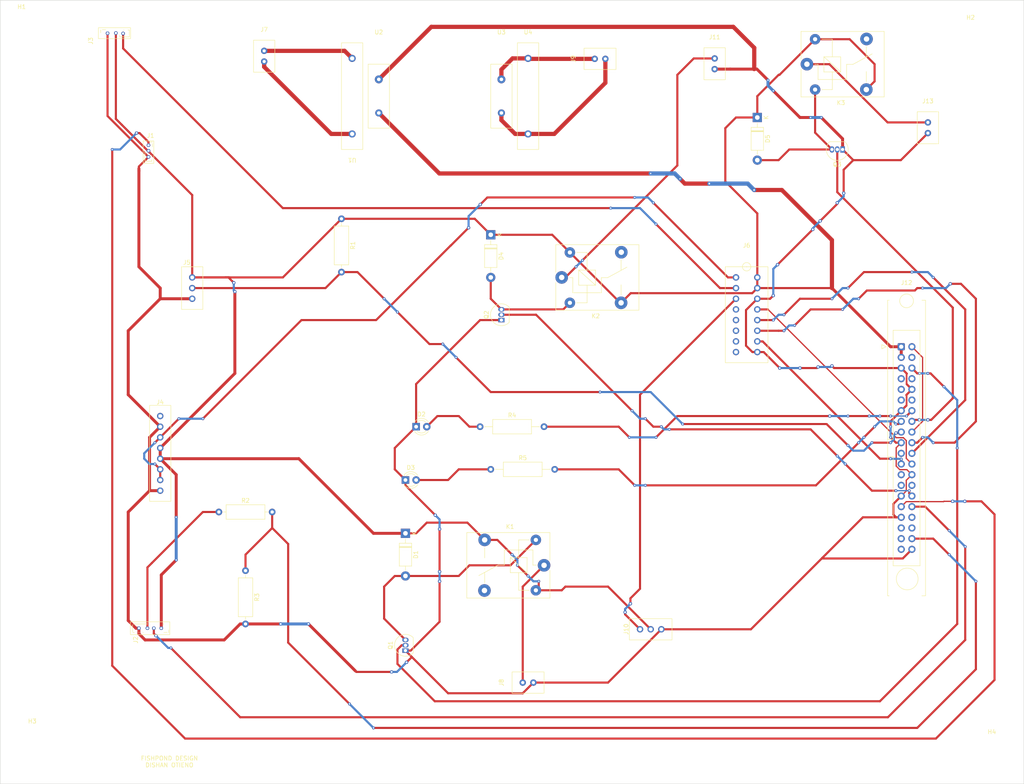
<source format=kicad_pcb>
(kicad_pcb (version 20211014) (generator pcbnew)
  (layers (0 "F.Cu" signal) (31 "B.Cu" power) (34 "B.Paste" user) (35 "F.Paste" user) (36 "B.SilkS" user "B.Silkscreen") (37 "F.SilkS" user "F.Silkscreen") (38 "B.Mask" user) (39 "F.Mask" user) (44 "Edge.Cuts" user))
  (net 0 "")
  (net 1 "+5V")
  (net 2 "Net-(D1-Pad2)")
  (net 3 "GND")
  (net 4 "Net-(D2-Pad2)")
  (net 5 "Net-(D3-Pad2)")
  (net 6 "Net-(D4-Pad2)")
  (net 7 "Net-(D5-Pad2)")
  (net 8 "GPIO12(PWM0)")
  (net 9 "GPIO06")
  (net 10 "Echo_Pin")
  (net 11 "VALUE_DO")
  (net 13 "Net-(J4-Pad3)")
  (net 14 "GPIO24")
  (net 15 "VALUE_PH")
  (net 21 "GPIO08(SPI0_CE0_N)")
  (net 22 "GPIO10(SPI0_MOSI)")
  (net 23 "GPIO9(SPI0_MISO)")
  (net 24 "GPIO11(SPI0_CLK)")
  (net 25 "Net-(J7-Pad1)")
  (net 26 "Net-(J7-Pad2)")
  (net 27 "Net-(J8-Pad1)")
  (net 28 "Net-(J9-Pad1)")
  (net 29 "Net-(J9-Pad2)")
  (net 30 "TDS_MOTORPIN")
  (net 31 "+3V3")
  (net 33 "GPIO3(SDL1)")
  (net 39 "GPIO27")
  (net 40 "GPIO23")
  (net 41 "GPIO22")
  (net 46 "GPIO05")
  (net 51 "GPIO26")
  (net 53 "Net-(J13-Pad1)")
  (footprint "MountingHole:MountingHole_2.5mm" (layer "F.Cu") (at 279.4 190.5)
    (fp_text reference "H4")
    (fp_text value "MountingHole")
  )
  (footprint "po_buck_rail:boost_rail" (layer "F.Cu") (at 162.56 35.56)
    (fp_text reference "U3")
    (fp_text value "po_booster")
  )
  (footprint "Relay_THT:Relay_SPDT_SANYOU_SRD_Series_Form_C" (layer "F.Cu") (at 172.72 147.32 180)
    (fp_text reference "K1")
    (fp_text value "SANYOU_SRD_Form_C")
  )
  (footprint "Resistor_THT:R_Axial_DIN0309_L9.0mm_D3.2mm_P12.70mm_Horizontal" (layer "F.Cu") (at 101.6 148.59 -90)
    (fp_text reference "R3")
    (fp_text value "20K")
  )
  (footprint "Package_TO_SOT_THT:TO-92_Inline" (layer "F.Cu") (at 162.56 88.9 90)
    (fp_text reference "Q2")
    (fp_text value "2N3904")
  )
  (footprint "conn_pi3:con3_pin" (layer "F.Cu") (at 88.9 81.28)
    (fp_text reference "J5")
    (fp_text value "DS18B20")
  )
  (footprint "po_buck_rail:buck_rail" (layer "F.Cu") (at 127 35.56 180)
    (fp_text reference "U1")
    (fp_text value "po_rail")
  )
  (footprint "Package_TO_SOT_THT:TO-92_Inline" (layer "F.Cu") (at 139.7 167.64 90)
    (fp_text reference "Q1")
    (fp_text value "2N3904")
  )
  (footprint "po_buck_rail:boost_rail" (layer "F.Cu") (at 133.35 35.56)
    (fp_text reference "U2")
    (fp_text value "po_booster")
  )
  (footprint "LED_THT:LED_D3.0mm" (layer "F.Cu") (at 139.7 127)
    (fp_text reference "D3")
    (fp_text value "LED")
  )
  (footprint "po_buck_rail:buck_rail" (layer "F.Cu") (at 168.91 35.56)
    (fp_text reference "U4")
    (fp_text value "po_rail")
  )
  (footprint "Connector_IDC:IDC-Header_2x20-1MP_P2.54mm_Latch_Vertical" (layer "F.Cu") (at 257.81 95.25)
    (fp_text reference "J12")
    (fp_text value "Conn_02x20_Odd_Even_MountingPin")
  )
  (footprint "Resistor_THT:R_Axial_DIN0309_L9.0mm_D3.2mm_P15.24mm_Horizontal" (layer "F.Cu") (at 160.02 124.46)
    (fp_text reference "R5")
    (fp_text value "R")
  )
  (footprint "conn_pi3:con2_pin" (layer "F.Cu") (at 213.36 31.655)
    (fp_text reference "J11")
    (fp_text value "Screw_Terminal_01x02")
  )
  (footprint "Resistor_THT:R_Axial_DIN0309_L9.0mm_D3.2mm_P12.70mm_Horizontal" (layer "F.Cu") (at 124.46 64.77 -90)
    (fp_text reference "R1")
    (fp_text value "10K")
  )
  (footprint "conn_pi3:con3_pin" (layer "F.Cu") (at 198.12 162.56 90)
    (fp_text reference "J10")
    (fp_text value "pH sensor block")
  )
  (footprint "Relay_THT:Relay_SPDT_SANYOU_SRD_Series_Form_C" (layer "F.Cu") (at 235.34 27.94)
    (fp_text reference "K3")
    (fp_text value "SANYOU_SRD_Form_C")
  )
  (footprint "MountingHole:MountingHole_2.5mm" (layer "F.Cu") (at 48.26 17.78)
    (fp_text reference "H1")
    (fp_text value "MountingHole")
  )
  (footprint "conn_pi3:con2_pin" (layer "F.Cu") (at 106.045 29.845)
    (fp_text reference "J7")
    (fp_text value "Screw_Terminal_01x02")
  )
  (footprint "conn_pi3:mcp3008_16" (layer "F.Cu") (at 220.98 86.36)
    (fp_text reference "J6")
    (fp_text value "MCP_CONNECTOR")
  )
  (footprint "Connector_PinSocket_1.00mm:PinSocket_1x03_P1.00mm_Vertical" (layer "F.Cu") (at 71.12 20.32 90)
    (fp_text reference "J3")
    (fp_text value "Conn_01x03")
  )
  (footprint "conn_pi3:con2_pin" (layer "F.Cu") (at 264.16 46.895)
    (fp_text reference "J13")
    (fp_text value "Screw_Terminal_01x02")
  )
  (footprint "Diode_THT:D_DO-41_SOD81_P10.16mm_Horizontal" (layer "F.Cu") (at 223.52 40.64 -90)
    (fp_text reference "D5")
    (fp_text value "1N4001")
  )
  (footprint "conn_pi3:TDS_FOOT" (layer "F.Cu") (at 81.28 121.92)
    (fp_text reference "J4")
    (fp_text value "Screw_Terminal_01x08")
  )
  (footprint "Diode_THT:D_DO-41_SOD81_P10.16mm_Horizontal" (layer "F.Cu") (at 160.02 68.58 -90)
    (fp_text reference "D4")
    (fp_text value "1N4001")
  )
  (footprint "Relay_THT:Relay_SPDT_SANYOU_SRD_Series_Form_C" (layer "F.Cu") (at 176.92 78.74)
    (fp_text reference "K2")
    (fp_text value "SANYOU_SRD_Form_C")
  )
  (footprint "Connector_PinSocket_1.00mm:PinSocket_1x03_P1.00mm_Vertical" (layer "F.Cu") (at 78.74 48.26)
    (fp_text reference "J1")
    (fp_text value "DS18B20")
  )
  (footprint "LED_THT:LED_D3.0mm" (layer "F.Cu") (at 142.24 114.3)
    (fp_text reference "D2")
    (fp_text value "LED")
  )
  (footprint "Package_TO_SOT_THT:TO-92_Inline" (layer "F.Cu") (at 243.84 48.26 180)
    (fp_text reference "Q3")
    (fp_text value "2N3904")
  )
  (footprint "Resistor_THT:R_Axial_DIN0309_L9.0mm_D3.2mm_P15.24mm_Horizontal" (layer "F.Cu") (at 157.48 114.3)
    (fp_text reference "R4")
    (fp_text value "R")
  )
  (footprint "conn_pi3:con2_pin" (layer "F.Cu") (at 172.72 175.26 90)
    (fp_text reference "J8")
    (fp_text value "Screw_Terminal_01x02")
  )
  (footprint "Resistor_THT:R_Axial_DIN0309_L9.0mm_D3.2mm_P12.70mm_Horizontal" (layer "F.Cu") (at 95.25 134.62)
    (fp_text reference "R2")
    (fp_text value "10K")
  )
  (footprint "Diode_THT:D_DO-41_SOD81_P10.16mm_Horizontal" (layer "F.Cu") (at 139.7 139.7 -90)
    (fp_text reference "D1")
    (fp_text value "1N4001")
  )
  (footprint "Connector_PinSocket_1.00mm:PinSocket_1x04_P1.00mm_Vertical" (layer "F.Cu") (at 78.74 162.56 -90)
    (fp_text reference "J2")
    (fp_text value "Ultra_Conn")
  )
  (footprint "conn_pi3:con2_pin" (layer "F.Cu") (at 189.865 26.67 90)
    (fp_text reference "J9")
    (fp_text value "Screw_Terminal_01x02")
  )
  (footprint "MountingHole:MountingHole_2.5mm" (layer "F.Cu") (at 50.8 187.96)
    (fp_text reference "H3")
    (fp_text value "MountingHole")
  )
  (footprint "MountingHole:MountingHole_2.5mm" (layer "F.Cu") (at 274.32 20.32)
    (fp_text reference "H2")
    (fp_text value "MountingHole")
  )
  (gr_rect (start 43.18 12.7) (end 287.02 199.39) (layer "Edge.Cuts") (width 0.1) (fill none))
  (gr_text "FISHPOND DESIGN\nDISHAN OTIENO" (at 83.4644 194.1068) (layer "F.SilkS") (effects (font (size 1 1))))
  (segment (start 193.368489 82.491511) (end 222.308489 82.491511) (width 0.5) (layer "F.Cu") (net 1))
  (segment (start 229.362 57.912) (end 222.758 57.912) (width 1) (layer "F.Cu") (net 1))
  (segment (start 97.536 78.74) (end 98.806 80.01) (width 0.5) (layer "F.Cu") (net 1))
  (segment (start 218.44 40.64) (end 223.52 40.64) (width 0.5) (layer "F.Cu") (net 1))
  (segment (start 223.52 78.74) (end 223.52 81.28) (width 0.5) (layer "F.Cu") (net 1))
  (segment (start 70.7136 20.5232) (end 70.7136 40.970346) (width 0.5) (layer "F.Cu") (net 1))
  (segment (start 228.8 30.48) (end 228.6 30.48) (width 0.5) (layer "F.Cu") (net 1))
  (segment (start 70.7136 40.970346) (end 72.12 42.376746) (width 0.5) (layer "F.Cu") (net 1))
  (segment (start 81.28 121.92) (end 114.3 121.92) (width 0.7) (layer "F.Cu") (net 1))
  (segment (start 223.52 35.56) (end 223.52 40.64) (width 0.5) (layer "F.Cu") (net 1))
  (segment (start 174.66 68.58) (end 178.87 72.79) (width 0.5) (layer "F.Cu") (net 1))
  (segment (start 241.3 69.85) (end 229.362 57.912) (width 1) (layer "F.Cu") (net 1))
  (segment (start 191.07 84.79) (end 193.368489 82.491511) (width 0.5) (layer "F.Cu") (net 1))
  (segment (start 160.02 68.58) (end 174.66 68.58) (width 0.5) (layer "F.Cu") (net 1))
  (segment (start 72.12 42.376746) (end 78.703254 48.96) (width 0.5) (layer "F.Cu") (net 1))
  (segment (start 212.09 56.388) (end 206.248 56.388) (width 1) (layer "F.Cu") (net 1))
  (segment (start 215.9 43.18) (end 218.44 40.64) (width 0.5) (layer "F.Cu") (net 1))
  (segment (start 132.08 139.7) (end 139.7 139.7) (width 0.7) (layer "F.Cu") (net 1))
  (segment (start 158.57 141.27) (end 154.46 137.16) (width 0.5) (layer "F.Cu") (net 1))
  (segment (start 85.09 125.73) (end 81.28 121.92) (width 0.7) (layer "F.Cu") (net 1))
  (segment (start 215.9 55.88) (end 215.9 43.18) (width 0.5) (layer "F.Cu") (net 1))
  (segment (start 257.81 95.25) (end 257.81 97.79) (width 0.7) (layer "F.Cu") (net 1))
  (segment (start 88.9 59.12) (end 88.9 78.74) (width 0.5) (layer "F.Cu") (net 1))
  (segment (start 166.37 147.32) (end 168.91 149.86) (width 0.5) (layer "F.Cu") (net 1))
  (segment (start 81.28 119.38) (end 99.06 101.6) (width 0.7) (layer "F.Cu") (net 1))
  (segment (start 85.09 146.05) (end 81.534 149.606) (width 0.7) (layer "F.Cu") (net 1))
  (segment (start 187.96 152.4) (end 177.8 152.4) (width 0.5) (layer "F.Cu") (net 1))
  (segment (start 171.45 151.13) (end 171.45 152.59) (width 0.5) (layer "F.Cu") (net 1))
  (segment (start 206.248 56.388) (end 205.105 55.245) (width 1) (layer "F.Cu") (net 1))
  (segment (start 154.46 137.16) (end 144.78 137.16) (width 0.5) (layer "F.Cu") (net 1))
  (segment (start 110.49 78.74) (end 124.46 64.77) (width 0.5) (layer "F.Cu") (net 1))
  (segment (start 237.29 21.99) (end 228.8 30.48) (width 0.5) (layer "F.Cu") (net 1))
  (segment (start 78.74 48.96) (end 88.9 59.12) (width 0.5) (layer "F.Cu") (net 1))
  (segment (start 81.534 149.606) (end 81.534 162.306) (width 0.7) (layer "F.Cu") (net 1))
  (segment (start 177.8 152.4) (end 176.93 153.27) (width 0.5) (layer "F.Cu") (net 1))
  (segment (start 251.46 32.02) (end 249.49 33.99) (width 0.5) (layer "F.Cu") (net 1))
  (segment (start 171.45 152.59) (end 170.77 153.27) (width 0.5) (layer "F.Cu") (net 1))
  (segment (start 147.765 53.975) (end 198.12 53.975) (width 1) (layer "F.Cu") (net 1))
  (segment (start 156.21 64.77) (end 160.02 68.58) (width 0.5) (layer "F.Cu") (net 1))
  (segment (start 241.3 81.28) (end 241.3 69.85) (width 1) (layer "F.Cu") (net 1))
  (segment (start 222.308489 82.491511) (end 223.52 81.28) (width 0.5) (layer "F.Cu") (net 1))
  (segment (start 96.774 78.74) (end 97.536 78.74) (width 0.5) (layer "F.Cu") (net 1))
  (segment (start 237.29 21.99) (end 245.51 21.99) (width 0.5) (layer "F.Cu") (net 1))
  (segment (start 176.93 153.27) (end 170.77 153.27) (width 0.5) (layer "F.Cu") (net 1))
  (segment (start 85.09 135.89) (end 85.09 125.73) (width 0.7) (layer "F.Cu") (net 1))
  (segment (start 228.6 30.48) (end 223.52 35.56) (width 0.5) (layer "F.Cu") (net 1))
  (segment (start 96.774 78.74) (end 97.79 78.74) (width 0.5) (layer "F.Cu") (net 1))
  (segment (start 88.9 78.74) (end 96.774 78.74) (width 0.5) (layer "F.Cu") (net 1))
  (segment (start 88.9 78.74) (end 110.49 78.74) (width 0.5) (layer "F.Cu") (net 1))
  (segment (start 158.57 141.27) (end 161.59 141.27) (width 0.5) (layer "F.Cu") (net 1))
  (segment (start 251.46 27.94) (end 251.46 32.02) (width 0.5) (layer "F.Cu") (net 1))
  (segment (start 198.12 162.56) (end 187.96 152.4) (width 0.5) (layer "F.Cu") (net 1))
  (segment (start 81.28 119.38) (end 81.28 121.92) (width 0.7) (layer "F.Cu") (net 1))
  (segment (start 223.52 78.74) (end 223.52 63.5) (width 0.5) (layer "F.Cu") (net 1))
  (segment (start 255.27 95.25) (end 257.81 95.25) (width 0.7) (layer "F.Cu") (net 1))
  (segment (start 133.35 39.56) (end 147.765 53.975) (width 1) (layer "F.Cu") (net 1))
  (segment (start 144.78 137.16) (end 142.24 139.7) (width 0.5) (layer "F.Cu") (net 1))
  (segment (start 178.87 72.79) (end 190.87 84.79) (width 0.5) (layer "F.Cu") (net 1))
  (segment (start 114.3 121.92) (end 132.08 139.7) (width 0.7) (layer "F.Cu") (net 1))
  (segment (start 99.06 101.6) (end 99.06 82.07952) (width 0.7) (layer "F.Cu") (net 1))
  (segment (start 223.52 81.28) (end 241.3 81.28) (width 0.5) (layer "F.Cu") (net 1))
  (segment (start 124.46 64.77) (end 156.21 64.77) (width 0.5) (layer "F.Cu") (net 1))
  (segment (start 161.59 141.27) (end 165.1 144.78) (width 0.5) (layer "F.Cu") (net 1))
  (segment (start 241.3 81.28) (end 255.27 95.25) (width 0.7) (layer "F.Cu") (net 1))
  (segment (start 142.24 139.7) (end 139.7 139.7) (width 0.5) (layer "F.Cu") (net 1))
  (segment (start 78.703254 48.96) (end 78.74 48.96) (width 0.5) (layer "F.Cu") (net 1))
  (segment (start 245.51 21.99) (end 251.46 27.94) (width 0.5) (layer "F.Cu") (net 1))
  (segment (start 190.87 84.79) (end 191.07 84.79) (width 0.5) (layer "F.Cu") (net 1))
  (segment (start 223.52 63.5) (end 215.9 55.88) (width 0.5) (layer "F.Cu") (net 1))
  (via (at 85.09 146.05) (size 0.7) (drill 0.3) (layers "F.Cu" "B.Cu") (net 1))
  (via (at 168.91 149.86) (size 0.7) (drill 0.3) (layers "F.Cu" "B.Cu") (net 1))
  (via (at 165.1 144.78) (size 0.7) (drill 0.3) (layers "F.Cu" "B.Cu") (net 1))
  (via (at 166.37 147.32) (size 0.7) (drill 0.3) (layers "F.Cu" "B.Cu") (net 1))
  (via (at 99.06 82.1295) (size 0.8) (drill 0.4) (layers "F.Cu" "B.Cu") (net 1))
  (via (at 98.806 80.01) (size 0.8) (drill 0.4) (layers "F.Cu" "B.Cu") (net 1))
  (via (at 85.09 135.89) (size 0.7) (drill 0.3) (layers "F.Cu" "B.Cu") (net 1))
  (via (at 222.758 57.912) (size 0.8) (drill 0.4) (layers "F.Cu" "B.Cu") (net 1))
  (via (at 198.12 53.975) (size 0.7) (drill 0.3) (layers "F.Cu" "B.Cu") (net 1))
  (via (at 212.09 56.388) (size 0.8) (drill 0.4) (layers "F.Cu" "B.Cu") (net 1))
  (via (at 205.105 55.245) (size 0.7) (drill 0.3) (layers "F.Cu" "B.Cu") (net 1))
  (via (at 171.45 151.13) (size 0.7) (drill 0.3) (layers "F.Cu" "B.Cu") (net 1))
  (segment (start 221.234 56.388) (end 222.758 57.912) (width 1) (layer "B.Cu") (net 1))
  (segment (start 166.37 146.05) (end 166.37 147.32) (width 0.5) (layer "B.Cu") (net 1))
  (segment (start 168.91 149.86) (end 170.18 151.13) (width 0.5) (layer "B.Cu") (net 1))
  (segment (start 165.1 144.78) (end 166.37 146.05) (width 0.5) (layer "B.Cu") (net 1))
  (segment (start 198.12 53.975) (end 203.835 53.975) (width 1) (layer "B.Cu") (net 1))
  (segment (start 85.09 146.05) (end 85.09 135.89) (width 0.7) (layer "B.Cu") (net 1))
  (segment (start 170.18 151.13) (end 171.45 151.13) (width 0.5) (layer "B.Cu") (net 1))
  (segment (start 212.09 56.388) (end 221.234 56.388) (width 1) (layer "B.Cu") (net 1))
  (segment (start 203.835 53.975) (end 205.105 55.245) (width 1) (layer "B.Cu") (net 1))
  (segment (start 98.806 80.01) (end 98.806 81.8755) (width 0.5) (layer "B.Cu") (net 1))
  (segment (start 98.806 81.8755) (end 99.06 82.1295) (width 0.5) (layer "B.Cu") (net 1))
  (segment (start 134.62 152.4) (end 137.16 149.86) (width 0.5) (layer "F.Cu") (net 2))
  (segment (start 139.7 165.1) (end 134.62 160.02) (width 0.5) (layer "F.Cu") (net 2))
  (segment (start 139.7 149.86) (end 152.4 149.86) (width 0.5) (layer "F.Cu") (net 2))
  (segment (start 152.4 149.86) (end 154.94 147.32) (width 0.5) (layer "F.Cu") (net 2))
  (segment (start 137.16 149.86) (end 139.7 149.86) (width 0.5) (layer "F.Cu") (net 2))
  (segment (start 134.62 160.02) (end 134.62 152.4) (width 0.5) (layer "F.Cu") (net 2))
  (segment (start 154.94 147.32) (end 164.72 147.32) (width 0.5) (layer "F.Cu") (net 2))
  (segment (start 164.72 147.32) (end 170.77 141.27) (width 0.5) (layer "F.Cu") (net 2))
  (segment (start 241.3 99.822) (end 241.808 100.33) (width 0.5) (layer "F.Cu") (net 3))
  (segment (start 76.2 76.2) (end 78.74 78.74) (width 0.7) (layer "F.Cu") (net 3))
  (segment (start 141.224 169.164) (end 139.7 167.64) (width 0.5) (layer "F.Cu") (net 3))
  (segment (start 81.28 81.28) (end 81.28 83.82) (width 0.7) (layer "F.Cu") (net 3))
  (segment (start 145.86 19.05) (end 217.805 19.05) (width 1) (layer "F.Cu") (net 3))
  (segment (start 257.81 118.11) (end 256.610489 119.309511) (width 0.3) (layer "F.Cu") (net 3))
  (segment (start 244.094 58.674) (end 244.094 53.086) (width 0.5) (layer "F.Cu") (net 3))
  (segment (start 68.7324 40.2844) (end 78.486 50.038) (width 0.5) (layer "F.Cu") (net 3))
  (segment (start 238.506 65.278) (end 242.57 61.214) (width 0.5) (layer "F.Cu") (net 3))
  (segment (start 223.52 83.82) (end 220.8276 86.5124) (width 0.5) (layer "F.Cu") (net 3))
  (segment (start 149.86 177.8) (end 141.224 169.164) (width 0.5) (layer "F.Cu") (net 3))
  (segment (start 222.79 24.035) (end 222.79 29.115) (width 1) (layer "F.Cu") (net 3))
  (segment (start 222.3516 96.52) (end 223.52 96.52) (width 0.5) (layer "F.Cu") (net 3))
  (segment (start 243.84 45.72) (end 243.84 48.26) (width 0.7) (layer "F.Cu") (net 3))
  (segment (start 73.66 134.62) (end 78.74 129.54) (width 0.7) (layer "F.Cu") (net 3))
  (segment (start 223.52 96.52) (end 225.044 96.52) (width 0.5) (layer "F.Cu") (net 3))
  (segment (start 76.2 52.324) (end 76.2 52.8) (width 0.5) (layer "F.Cu") (net 3))
  (segment (start 116.586 161.29) (end 127.762 172.466) (width 0.7) (layer "F.Cu") (net 3))
  (segment (start 223.425 29.115) (end 226.06 31.75) (width 0.7) (layer "F.Cu") (net 3))
  (segment (start 264.16 44.355) (end 257.715 50.8) (width 0.5) (layer "F.Cu") (net 3))
  (segment (start 76.2 163.62104) (end 77.67896 165.1) (width 0.7) (layer "F.Cu") (net 3))
  (segment (start 221.996 162.56) (end 238.9886 145.5674) (width 0.5) (layer "F.Cu") (net 3))
  (segment (start 128.016 172.72) (end 127.762 172.466) (width 0.5) (layer "F.Cu") (net 3))
  (segment (start 225.044 96.52) (end 228.854 100.33) (width 0.5) (layer "F.Cu") (net 3))
  (segment (start 239.1156 145.6944) (end 238.9886 145.5674) (width 0.5) (layer "F.Cu") (net 3))
  (segment (start 75.486 162.306) (end 76.2 162.306) (width 0.7) (layer "F.Cu") (net 3))
  (segment (start 213.36 29.115) (end 217.075 29.115) (width 0.7) (layer "F.Cu") (net 3))
  (segment (start 73.66 160.48) (end 73.66 134.62) (width 0.7) (layer "F.Cu") (net 3))
  (segment (start 220.8276 86.5124) (end 220.8276 94.996) (width 0.5) (layer "F.Cu") (net 3))
  (segment (start 257.454123 124.530489) (end 259.150489 124.530489) (width 0.3) (layer "F.Cu") (net 3))
  (segment (start 255.9304 135.2296) (end 256.5908 135.89) (width 0.5) (layer "F.Cu") (net 3))
  (segment (start 77.67896 165.1) (end 96.52 165.1) (width 0.7) (layer "F.Cu") (net 3))
  (segment (start 73.66 160.48) (end 75.486 162.306) (width 0.7) (layer "F.Cu") (net 3))
  (segment (start 78.74 116.84) (end 78.74 129.54) (width 0.7) (layer "F.Cu") (net 3))
  (segment (start 187.96 175.26) (end 200.66 162.56) (width 0.5) (layer "F.Cu") (net 3))
  (segment (start 233.68 40.64) (end 236.22 40.64) (width 0.7) (layer "F.Cu") (net 3))
  (segment (start 147.828 160.762) (end 147.828 151.13) (width 0.5) (layer "F.Cu") (net 3))
  (segment (start 136.398 172.72) (end 128.016 172.72) (width 0.5) (layer "F.Cu") (net 3))
  (segment (start 137.16 124.46) (end 137.16 119.38) (width 0.5) (layer "F.Cu") (net 3))
  (segment (start 146.812 135.382) (end 139.7 128.27) (width 0.5) (layer "F.Cu") (net 3))
  (segment (start 142.24 104.14) (end 157.48 88.9) (width 0.5) (layer "F.Cu") (net 3))
  (segment (start 242.57 61.214) (end 242.57 60.96) (width 0.3) (layer "F.Cu") (net 3))
  (segment (start 257.81 130.81) (end 255.9304 132.6896) (width 0.5) (layer "F.Cu") (net 3))
  (segment (start 255.27 114.3) (end 255.27 113.03) (width 0.5) (layer "F.Cu") (net 3))
  (segment (start 81.28 114.3) (end 73.66 106.68) (width 0.7) (layer "F.Cu") (net 3))
  (segment (start 259.08 106.750489) (end 259.08 109.290489) (width 0.4) (layer "F.Cu") (net 3))
  (segment (start 78.486 50.038) (end 76.2 52.324) (width 0.5) (layer "F.Cu") (net 3))
  (segment (start 139.7 127) (end 137.16 124.46) (width 0.5) (layer "F.Cu") (net 3))
  (segment (start 157.48 88.9) (end 162.56 88.9) (width 0.5) (layer "F.Cu") (net 3))
  (segment (start 139.7 128.27) (end 139.7 127) (width 0.5) (layer "F.Cu") (net 3))
  (segment (start 260.35 143.51) (end 258.1656 145.6944) (width 0.5) (layer "F.Cu") (net 3))
  (segment (start 259.009511 127.070489) (end 259.009511 129.610489) (width 0.3) (layer "F.Cu") (net 3))
  (segment (start 170.18 175.26) (end 187.96 175.26) (width 0.5) (layer "F.Cu") (net 3))
  (segment (start 137.16 119.38) (end 142.24 114.3) (width 0.5) (layer "F.Cu") (net 3))
  (segment (start 256.5908 135.89) (end 257.81 135.89) (width 0.3) (layer "F.Cu") (net 3))
  (segment (start 78.74 78.74) (end 81.28 81.28) (width 0.7) (layer "F.Cu") (net 3))
  (segment (start 142.24 114.3) (end 142.24 104.14) (width 0.5) (layer "F.Cu") (net 3))
  (segment (start 76.2 52.8) (end 76.2 53.34) (width 0.7) (layer "F.Cu") (net 3))
  (segment (start 237.744 100.33) (end 237.998 100.076) (width 0.3) (layer "F.Cu") (net 3))
  (segment (start 244.094 53.086) (end 246.38 50.8) (width 0.5) (layer "F.Cu") (net 3))
  (segment (start 220.8276 94.996) (end 222.3516 96.52) (width 0.5) (layer "F.Cu") (net 3))
  (segment (start 227.33 34.29) (end 233.68 40.64) (width 0.7) (layer "F.Cu") (net 3))
  (segment (start 255.9304 132.6896) (end 255.9304 135.2296) (width 0.5) (layer "F.Cu") (net 3))
  (segment (start 259.150489 124.530489) (end 260.35 125.73) (width 0.3) (layer "F.Cu") (net 3))
  (segment (start 140.95 167.64) (end 147.828 160.762) (width 0.5) (layer "F.Cu") (net 3))
  (segment (start 257.715 50.8) (end 246.38 50.8) (width 0.5) (layer "F.Cu") (net 3))
  (segment (start 238.9886 145.5674) (end 248.666 135.89) (width 0.5) (layer "F.Cu") (net 3))
  (segment (start 76.2 162.306) (end 76.2 163.62104) (width 0.7) (layer "F.Cu") (net 3))
  (segment (start 200.66 162.56) (end 221.996 162.56) (width 0.5) (layer "F.Cu") (net 3))
  (segment (start 147.828 148.844) (end 147.828 138.684) (width 0.5) (layer "F.Cu") (net 3))
  (segment (start 68.7324 20.574) (end 68.7324 40.2844) (width 0.5) (layer "F.Cu") (net 3))
  (segment (start 222.79 29.115) (end 223.425 29.115) (width 0.7) (layer "F.Cu") (net 3))
  (segment (start 167.64 177.8) (end 149.86 177.8) (width 0.5) (layer "F.Cu") (net 3))
  (segment (start 256.54 118.11) (end 255.27 116.84) (width 0.5) (layer "F.Cu") (net 3))
  (segment (start 259.150489 104.210489) (end 260.35 105.41) (width 0.5) (layer "F.Cu") (net 3))
  (segment (start 170.18 175.26) (end 167.64 177.8) (width 0.5) (layer "F.Cu") (net 3))
  (segment (start 256.610489 123.686855) (end 257.454123 124.530489) (width 0.3) (layer "F.Cu") (net 3))
  (segment (start 81.28 83.82) (end 88.9 83.82) (width 0.7) (layer "F.Cu") (net 3))
  (segment (start 258.1656 145.6944) (end 239.1156 145.6944) (width 0.5) (layer "F.Cu") (net 3))
  (segment (start 246.38 50.8) (end 243.84 48.26) (width 0.5) (layer "F.Cu") (net 3))
  (segment (start 259.009511 109.290489) (end 257.81 110.49) (width 0.5) (layer "F.Cu") (net 3))
  (segment (start 248.666 135.89) (end 257.81 135.89) (width 0.5) (layer "F.Cu") (net 3))
  (segment (start 217.075 29.115) (end 222.79 29.115) (width 0.7) (layer "F.Cu") (net 3))
  (segment (start 260.35 105.41) (end 259.009511 106.750489) (width 0.5) (layer "F.Cu") (net 3))
  (segment (start 238.76 40.64) (end 243.84 45.72) (width 0.7) (layer "F.Cu") (net 3))
  (segment (start 73.66 106.68) (end 73.66 91.44) (width 0.7) (layer "F.Cu") (net 3))
  (segment (start 217.805 19.05) (end 222.79 24.035) (width 1) (layer "F.Cu") (net 3))
  (segment (start 81.28 114.3) (end 78.74 116.84) (width 0.7) (layer "F.Cu") (net 3))
  (segment (start 139.7 167.64) (end 140.95 167.64) (width 0.5) (layer "F.Cu") (net 3))
  (segment (start 260.35 125.73) (end 259.009511 127.070489) (width 0.3) (layer "F.Cu") (net 3))
  (segment (start 255.27 113.03) (end 257.81 110.49) (width 0.5) (layer "F.Cu") (net 3))
  (segment (start 96.52 165.1) (end 100.33 161.29) (width 0.7) (layer "F.Cu") (net 3))
  (segment (start 141.224 169.164) (end 139.954 170.434) (width 0.5) (layer "F.Cu") (net 3))
  (segment (start 226.568 83.82) (end 227.33 83.058) (width 0.5) (layer "F.Cu") (net 3))
  (segment (start 76.2 53.34) (end 76.2 76.2) (width 0.7) (layer "F.Cu") (net 3))
  (segment (start 233.68 100.33) (end 237.744 100.33) (width 0.5) (layer "F.Cu") (net 3))
  (segment (start 256.610489 119.309511) (end 256.610489 123.686855) (width 0.3) (layer "F.Cu") (net 3))
  (segment (start 257.81 100.33) (end 259.150489 101.670489) (width 0.5) (layer "F.Cu") (net 3))
  (segment (start 133.35 31.56) (end 145.86 19.05) (width 1) (layer "F.Cu") (net 3))
  (segment (start 223.52 83.82) (end 226.568 83.82) (width 0.5) (layer "F.Cu") (net 3))
  (segment (start 228.346 75.692) (end 236.728 67.31) (width 0.5) (layer "F.Cu") (net 3))
  (segment (start 257.81 118.11) (end 256.54 118.11) (width 0.5) (layer "F.Cu") (net 3))
  (segment (start 241.808 100.33) (end 257.81 100.33) (width 0.5) (layer "F.Cu") (net 3))
  (segment (start 78.74 129.54) (end 81.28 129.54) (width 0.7) (layer "F.Cu") (net 3))
  (segment (start 100.33 161.29) (end 101.6 161.29) (width 0.7) (layer "F.Cu") (net 3))
  (segment (start 101.6 161.29) (end 109.982 161.29) (width 0.7) (layer "F.Cu") (net 3))
  (segment (start 259.08 101.6508) (end 259.08 104.1908) (width 0.4) (layer "F.Cu") (net 3))
  (segment (start 73.66 91.44) (end 81.28 83.82) (width 0.7) (layer "F.Cu") (net 3))
  (segment (start 259.009511 129.610489) (end 257.81 130.81) (width 0.3) (layer "F.Cu") (net 3))
  (via (at 241.3 99.822) (size 0.8) (drill 0.4) (layers "F.Cu" "B.Cu") (net 3))
  (via (at 227.33 34.29) (size 0.7) (drill 0.3) (layers "F.Cu" "B.Cu") (net 3))
  (via (at 116.586 161.29) (size 0.8) (drill 0.4) (layers "F.Cu" "B.Cu") (net 3))
  (via (at 244.094 58.674) (size 0.8) (drill 0.4) (layers "F.Cu" "B.Cu") (net 3))
  (via (at 255.27 116.84) (size 0.7) (drill 0.3) (layers "F.Cu" "B.Cu") (net 3))
  (via (at 242.57 60.96) (size 0.8) (drill 0.4) (layers "F.Cu" "B.Cu") (net 3))
  (via (at 228.854 100.33) (size 0.8) (drill 0.4) (layers "F.Cu" "B.Cu") (net 3))
  (via (at 233.68 100.33) (size 0.8) (drill 0.4) (layers "F.Cu" "B.Cu") (net 3))
  (via (at 236.22 40.64) (size 0.7) (drill 0.3) (layers "F.Cu" "B.Cu") (net 3))
  (via (at 139.954 170.434) (size 0.8) (drill 0.4) (layers "F.Cu" "B.Cu") (net 3))
  (via (at 255.27 114.3) (size 0.7) (drill 0.3) (layers "F.Cu" "B.Cu") (net 3))
  (via (at 236.728 67.31) (size 0.8) (drill 0.4) (layers "F.Cu" "B.Cu") (net 3))
  (via (at 147.828 151.13) (size 0.8) (drill 0.4) (layers "F.Cu" "B.Cu") (net 3))
  (via (at 109.982 161.29) (size 0.8) (drill 0.4) (layers "F.Cu" "B.Cu") (net 3))
  (via (at 238.506 65.278) (size 0.8) (drill 0.4) (layers "F.Cu" "B.Cu") (net 3))
  (via (at 146.812 135.382) (size 0.8) (drill 0.4) (layers "F.Cu" "B.Cu") (net 3))
  (via (at 238.76 40.64) (size 0.7) (drill 0.3) (layers "F.Cu" "B.Cu") (net 3))
  (via (at 227.33 83.058) (size 0.8) (drill 0.4) (layers "F.Cu" "B.Cu") (net 3))
  (via (at 136.398 172.72) (size 0.8) (drill 0.4) (layers "F.Cu" "B.Cu") (net 3))
  (via (at 228.346 75.692) (size 0.8) (drill 0.4) (layers "F.Cu" "B.Cu") (net 3))
  (via (at 226.06 31.75) (size 0.7) (drill 0.3) (layers "F.Cu" "B.Cu") (net 3))
  (via (at 237.998 100.076) (size 0.8) (drill 0.4) (layers "F.Cu" "B.Cu") (net 3))
  (via (at 147.828 138.684) (size 0.8) (drill 0.4) (layers "F.Cu" "B.Cu") (net 3))
  (via (at 147.828 148.844) (size 0.8) (drill 0.4) (layers "F.Cu" "B.Cu") (net 3))
  (segment (start 228.854 100.33) (end 233.68 100.33) (width 0.5) (layer "B.Cu") (net 3))
  (segment (start 237.998 100.076) (end 241.046 100.076) (width 0.5) (layer "B.Cu") (net 3))
  (segment (start 137.668 172.72) (end 136.398 172.72) (width 0.5) (layer "B.Cu") (net 3))
  (segment (start 255.27 116.84) (end 255.27 114.3) (width 0.5) (layer "B.Cu") (net 3))
  (segment (start 227.33 83.058) (end 227.33 76.708) (width 0.5) (layer "B.Cu") (net 3))
  (segment (start 236.22 40.64) (end 238.76 40.64) (width 0.7) (layer "B.Cu") (net 3))
  (segment (start 236.728 67.31) (end 236.728 67.056) (width 0.3) (layer "B.Cu") (net 3))
  (segment (start 147.828 151.13) (end 147.828 148.844) (width 0.5) (layer "B.Cu") (net 3))
  (segment (start 147.828 136.398) (end 146.812 135.382) (width 0.5) (layer "B.Cu") (net 3))
  (segment (start 109.982 161.29) (end 116.586 161.29) (width 0.7) (layer "B.Cu") (net 3))
  (segment (start 227.33 76.708) (end 228.346 75.692) (width 0.5) (layer "B.Cu") (net 3))
  (segment (start 244.094 59.436) (end 244.094 58.674) (width 0.5) (layer "B.Cu") (net 3))
  (segment (start 242.57 60.96) (end 244.094 59.436) (width 0.5) (layer "B.Cu") (net 3))
  (segment (start 226.06 33.02) (end 227.33 34.29) (width 0.7) (layer "B.Cu") (net 3))
  (segment (start 241.046 100.076) (end 241.3 99.822) (width 0.3) (layer "B.Cu") (net 3))
  (segment (start 236.728 67.056) (end 238.506 65.278) (width 0.5) (layer "B.Cu") (net 3))
  (segment (start 226.06 31.75) (end 226.06 33.02) (width 0.7) (layer "B.Cu") (net 3))
  (segment (start 139.954 170.434) (end 137.668 172.72) (width 0.5) (layer "B.Cu") (net 3))
  (segment (start 147.828 138.684) (end 147.828 136.398) (width 0.5) (layer "B.Cu") (net 3))
  (segment (start 147.32 111.76) (end 152.4 111.76) (width 0.5) (layer "F.Cu") (net 4))
  (segment (start 144.78 114.3) (end 147.32 111.76) (width 0.5) (layer "F.Cu") (net 4))
  (segment (start 154.94 114.3) (end 157.48 114.3) (width 0.5) (layer "F.Cu") (net 4))
  (segment (start 152.4 111.76) (end 154.94 114.3) (width 0.5) (layer "F.Cu") (net 4))
  (segment (start 142.24 127) (end 149.86 127) (width 0.5) (layer "F.Cu") (net 5))
  (segment (start 149.86 127) (end 152.4 124.46) (width 0.5) (layer "F.Cu") (net 5))
  (segment (start 152.4 124.46) (end 160.02 124.46) (width 0.5) (layer "F.Cu") (net 5))
  (segment (start 160.02 83.82) (end 162.56 86.36) (width 0.5) (layer "F.Cu") (net 6))
  (segment (start 160.02 78.74) (end 160.02 83.82) (width 0.5) (layer "F.Cu") (net 6))
  (segment (start 162.56 86.36) (end 177.3 86.36) (width 0.5) (layer "F.Cu") (net 6))
  (segment (start 177.3 86.36) (end 178.87 84.79) (width 0.5) (layer "F.Cu") (net 6))
  (segment (start 223.52 50.8) (end 228.6 50.8) (width 0.5) (layer "F.Cu") (net 7))
  (segment (start 237.29 44.25) (end 241.3 48.26) (width 0.5) (layer "F.Cu") (net 7))
  (segment (start 228.6 50.8) (end 231.14 48.26) (width 0.5) (layer "F.Cu") (net 7))
  (segment (start 231.14 48.26) (end 241.3 48.26) (width 0.5) (layer "F.Cu") (net 7))
  (segment (start 237.29 33.99) (end 237.29 44.25) (width 0.5) (layer "F.Cu") (net 7))
  (segment (start 87.202224 188.595) (end 266.065 188.595) (width 0.5) (layer "F.Cu") (net 8))
  (segment (start 276.9108 132.08) (end 272.9484 132.08) (width 0.5) (layer "F.Cu") (net 8))
  (segment (start 259.009511 132.150489) (end 257.81 133.35) (width 0.3) (layer "F.Cu") (net 8))
  (segment (start 267.899511 132.150489) (end 259.009511 132.150489) (width 0.3) (layer "F.Cu") (net 8))
  (segment (start 270.0528 132.08) (end 267.97 132.08) (width 0.3) (layer "F.Cu") (net 8))
  (segment (start 266.065 188.595) (end 280.035 174.625) (width 0.5) (layer "F.Cu") (net 8))
  (segment (start 280.035 135.2042) (end 276.9108 132.08) (width 0.5) (layer "F.Cu") (net 8))
  (segment (start 76.3524 44.3484) (end 75.6412 44.3484) (width 0.5) (layer "F.Cu") (net 8))
  (segment (start 78.486 47.244) (end 78.486 46.482) (width 0.5) (layer "F.Cu") (net 8))
  (segment (start 69.85 48.26) (end 69.85 171.242776) (width 0.5) (layer "F.Cu") (net 8))
  (segment (start 280.035 174.625) (end 280.035 135.2042) (width 0.5) (layer "F.Cu") (net 8))
  (segment (start 78.486 46.482) (end 76.3524 44.3484) (width 0.5) (layer "F.Cu") (net 8))
  (segment (start 69.85 171.242776) (end 87.202224 188.595) (width 0.5) (layer "F.Cu") (net 8))
  (segment (start 267.97 132.08) (end 267.899511 132.150489) (width 0.3) (layer "F.Cu") (net 8))
  (via (at 270.0528 132.08) (size 0.8) (drill 0.4) (layers "F.Cu" "B.Cu") (net 8))
  (via (at 272.9484 132.08) (size 0.8) (drill 0.4) (layers "F.Cu" "B.Cu") (net 8))
  (via (at 69.85 48.26) (size 0.7) (drill 0.3) (layers "F.Cu" "B.Cu") (net 8))
  (via (at 75.6412 44.3484) (size 0.8) (drill 0.4) (layers "F.Cu" "B.Cu") (net 8))
  (segment (start 71.7296 48.26) (end 69.85 48.26) (width 0.5) (layer "B.Cu") (net 8))
  (segment (start 75.6412 44.3484) (end 71.7296 48.26) (width 0.5) (layer "B.Cu") (net 8))
  (segment (start 272.9484 132.08) (end 270.0528 132.08) (width 0.5) (layer "B.Cu") (net 8))
  (segment (start 273.05 165.1) (end 273.05 142.875) (width 0.5) (layer "F.Cu") (net 9))
  (segment (start 79.756 162.3615) (end 79.756 163.576) (width 0.5) (layer "F.Cu") (net 9))
  (segment (start 79.756 163.576) (end 80.264 164.084) (width 0.5) (layer "F.Cu") (net 9))
  (segment (start 254.635 183.515) (end 273.05 165.1) (width 0.5) (layer "F.Cu") (net 9))
  (segment (start 100.33 183.515) (end 254.635 183.515) (width 0.5) (layer "F.Cu") (net 9))
  (segment (start 269.24 139.065) (end 263.525 133.35) (width 0.5) (layer "F.Cu") (net 9))
  (segment (start 263.525 133.35) (end 260.35 133.35) (width 0.5) (layer "F.Cu") (net 9))
  (segment (start 83.82 167.005) (end 100.33 183.515) (width 0.5) (layer "F.Cu") (net 9))
  (via (at 80.264 164.084) (size 0.8) (drill 0.4) (layers "F.Cu" "B.Cu") (net 9))
  (via (at 269.24 139.065) (size 0.7) (drill 0.3) (layers "F.Cu" "B.Cu") (net 9))
  (via (at 273.05 142.875) (size 0.7) (drill 0.3) (layers "F.Cu" "B.Cu") (net 9))
  (via (at 83.82 167.005) (size 0.7) (drill 0.3) (layers "F.Cu" "B.Cu") (net 9))
  (segment (start 83.185 167.005) (end 83.82 167.005) (width 0.5) (layer "B.Cu") (net 9))
  (segment (start 80.264 164.084) (end 83.185 167.005) (width 0.5) (layer "B.Cu") (net 9))
  (segment (start 273.05 142.875) (end 269.24 139.065) (width 0.5) (layer "B.Cu") (net 9))
  (segment (start 78.232 162.306) (end 78.232 147.828) (width 0.5) (layer "F.Cu") (net 10))
  (segment (start 78.232 147.828) (end 79.2988 146.7612) (width 0.5) (layer "F.Cu") (net 10))
  (segment (start 91.44 134.62) (end 79.2988 146.7612) (width 0.5) (layer "F.Cu") (net 10))
  (segment (start 95.25 134.62) (end 91.44 134.62) (width 0.5) (layer "F.Cu") (net 10))
  (segment (start 72.4408 24.1808) (end 110.49 62.23) (width 0.5) (layer "F.Cu") (net 11))
  (segment (start 110.49 62.23) (end 188.595 62.23) (width 0.5) (layer "F.Cu") (net 11))
  (segment (start 214.63 81.28) (end 199.39 66.04) (width 0.5) (layer "F.Cu") (net 11))
  (segment (start 72.4408 20.6248) (end 72.4408 24.1808) (width 0.5) (layer "F.Cu") (net 11))
  (segment (start 218.44 81.28) (end 214.63 81.28) (width 0.5) (layer "F.Cu") (net 11))
  (via (at 199.39 66.04) (size 0.7) (drill 0.3) (layers "F.Cu" "B.Cu") (net 11))
  (via (at 188.595 62.23) (size 0.7) (drill 0.3) (layers "F.Cu" "B.Cu") (net 11))
  (segment (start 188.595 62.23) (end 195.58 62.23) (width 0.5) (layer "B.Cu") (net 11))
  (segment (start 195.58 62.23) (end 199.39 66.04) (width 0.5) (layer "B.Cu") (net 11))
  (segment (start 114.935 88.9) (end 132.715 88.9) (width 0.5) (layer "F.Cu") (net 13))
  (segment (start 150.495 71.12) (end 150.5204 71.12) (width 0.5) (layer "F.Cu") (net 13))
  (segment (start 194.31 59.69) (end 159.2072 59.69) (width 0.5) (layer "F.Cu") (net 13))
  (segment (start 198.755 60.96) (end 216.535 78.74) (width 0.5) (layer "F.Cu") (net 13))
  (segment (start 91.44 112.395) (end 114.935 88.9) (width 0.5) (layer "F.Cu") (net 13))
  (segment (start 216.535 78.74) (end 218.44 78.74) (width 0.5) (layer "F.Cu") (net 13))
  (segment (start 81.28 116.84) (end 85.725 112.395) (width 0.5) (layer "F.Cu") (net 13))
  (segment (start 81.28 127) (end 81.28 124.46) (width 0.5) (layer "F.Cu") (net 13))
  (segment (start 159.2072 59.69) (end 157.5308 61.3664) (width 0.5) (layer "F.Cu") (net 13))
  (segment (start 132.715 88.9) (end 150.495 71.12) (width 0.5) (layer "F.Cu") (net 13))
  (segment (start 150.5204 71.12) (end 154.7368 66.9036) (width 0.5) (layer "F.Cu") (net 13))
  (segment (start 81.28 116.84) (end 80.01 118.11) (width 0.5) (layer "F.Cu") (net 13))
  (segment (start 80.01 123.19) (end 81.28 124.46) (width 0.5) (layer "F.Cu") (net 13))
  (via (at 157.5308 61.3664) (size 0.8) (drill 0.4) (layers "F.Cu" "B.Cu") (net 13))
  (via (at 194.31 59.69) (size 0.7) (drill 0.3) (layers "F.Cu" "B.Cu") (net 13))
  (via (at 80.01 118.11) (size 0.7) (drill 0.3) (layers "F.Cu" "B.Cu") (net 13))
  (via (at 85.725 112.395) (size 0.7) (drill 0.3) (layers "F.Cu" "B.Cu") (net 13))
  (via (at 91.44 112.395) (size 0.7) (drill 0.3) (layers "F.Cu" "B.Cu") (net 13))
  (via (at 154.7368 66.9036) (size 0.8) (drill 0.4) (layers "F.Cu" "B.Cu") (net 13))
  (via (at 198.755 60.96) (size 0.7) (drill 0.3) (layers "F.Cu" "B.Cu") (net 13))
  (via (at 80.01 123.19) (size 0.7) (drill 0.3) (layers "F.Cu" "B.Cu") (net 13))
  (segment (start 194.31 59.69) (end 197.485 59.69) (width 0.5) (layer "B.Cu") (net 13))
  (segment (start 77.47 120.65) (end 77.47 121.92) (width 0.5) (layer "B.Cu") (net 13))
  (segment (start 154.7368 66.9036) (end 154.7368 64.1604) (width 0.5) (layer "B.Cu") (net 13))
  (segment (start 77.47 121.92) (end 78.74 123.19) (width 0.5) (layer "B.Cu") (net 13))
  (segment (start 154.7368 64.1604) (end 157.48 61.4172) (width 0.5) (layer "B.Cu") (net 13))
  (segment (start 197.485 59.69) (end 198.755 60.96) (width 0.5) (layer "B.Cu") (net 13))
  (segment (start 80.01 118.11) (end 77.47 120.65) (width 0.5) (layer "B.Cu") (net 13))
  (segment (start 157.48 61.4172) (end 157.5308 61.3664) (width 0.5) (layer "B.Cu") (net 13))
  (segment (start 85.725 112.395) (end 91.44 112.395) (width 0.5) (layer "B.Cu") (net 13))
  (segment (start 78.74 123.19) (end 80.01 123.19) (width 0.5) (layer "B.Cu") (net 13))
  (segment (start 137.795 86.995) (end 145.415 94.615) (width 0.5) (layer "F.Cu") (net 14))
  (segment (start 128.27 77.47) (end 134.62 83.82) (width 0.5) (layer "F.Cu") (net 14))
  (segment (start 257.556 115.824) (end 256.54 115.824) (width 0.5) (layer "F.Cu") (net 14))
  (segment (start 186.055 106.045) (end 160.02 106.045) (width 0.5) (layer "F.Cu") (net 14))
  (segment (start 124.46 77.47) (end 128.27 77.47) (width 0.5) (layer "F.Cu") (net 14))
  (segment (start 256.54 115.824) (end 256.561977 115.802023) (width 0.5) (layer "F.Cu") (net 14))
  (segment (start 245.11 118.745) (end 240.03 113.665) (width 0.5) (layer "F.Cu") (net 14))
  (segment (start 240.03 113.665) (end 205.74 113.665) (width 0.5) (layer "F.Cu") (net 14))
  (segment (start 160.02 106.045) (end 151.765 97.79) (width 0.5) (layer "F.Cu") (net 14))
  (segment (start 145.415 94.615) (end 148.59 94.615) (width 0.5) (layer "F.Cu") (net 14))
  (segment (start 255.27 118.11) (end 250.825 118.11) (width 0.5) (layer "F.Cu") (net 14))
  (segment (start 120.65 81.28) (end 124.46 77.47) (width 0.5) (layer "F.Cu") (net 14))
  (segment (start 88.9 81.28) (end 120.65 81.28) (width 0.5) (layer "F.Cu") (net 14))
  (segment (start 257.81 115.57) (end 257.556 115.824) (width 0.5) (layer "F.Cu") (net 14))
  (via (at 205.74 113.665) (size 0.7) (drill 0.3) (layers "F.Cu" "B.Cu") (net 14))
  (via (at 256.561977 115.802023) (size 0.8) (drill 0.4) (layers "F.Cu" "B.Cu") (net 14))
  (via (at 245.11 118.745) (size 0.7) (drill 0.3) (layers "F.Cu" "B.Cu") (net 14))
  (via (at 250.825 118.11) (size 0.7) (drill 0.3) (layers "F.Cu" "B.Cu") (net 14))
  (via (at 151.765 97.79) (size 0.7) (drill 0.3) (layers "F.Cu" "B.Cu") (net 14))
  (via (at 148.59 94.615) (size 0.7) (drill 0.3) (layers "F.Cu" "B.Cu") (net 14))
  (via (at 186.055 106.045) (size 0.7) (drill 0.3) (layers "F.Cu" "B.Cu") (net 14))
  (via (at 255.27 118.11) (size 0.7) (drill 0.3) (layers "F.Cu" "B.Cu") (net 14))
  (via (at 137.795 86.995) (size 0.7) (drill 0.3) (layers "F.Cu" "B.Cu") (net 14))
  (via (at 134.62 83.82) (size 0.7) (drill 0.3) (layers "F.Cu" "B.Cu") (net 14))
  (segment (start 250.825 118.11) (end 248.92 120.015) (width 0.5) (layer "B.Cu") (net 14))
  (segment (start 256.032 116.47132) (end 256.069511 116.508831) (width 0.5) (layer "B.Cu") (net 14))
  (segment (start 246.38 120.015) (end 245.11 118.745) (width 0.5) (layer "B.Cu") (net 14))
  (segment (start 151.765 97.79) (end 148.59 94.615) (width 0.5) (layer "B.Cu") (net 14))
  (segment (start 256.561977 115.802023) (end 256.032 116.332) (width 0.5) (layer "B.Cu") (net 14))
  (segment (start 205.74 113.665) (end 198.12 106.045) (width 0.5) (layer "B.Cu") (net 14))
  (segment (start 198.12 106.045) (end 186.055 106.045) (width 0.5) (layer "B.Cu") (net 14))
  (segment (start 134.62 83.82) (end 137.795 86.995) (width 0.5) (layer "B.Cu") (net 14))
  (segment (start 248.92 120.015) (end 246.38 120.015) (width 0.5) (layer "B.Cu") (net 14))
  (segment (start 256.032 116.332) (end 256.032 116.47132) (width 0.5) (layer "B.Cu") (net 14))
  (segment (start 256.069511 116.508831) (end 256.069511 117.310489) (width 0.5) (layer "B.Cu") (net 14))
  (segment (start 256.069511 117.310489) (end 255.27 118.11) (width 0.5) (layer "B.Cu") (net 14))
  (segment (start 195.58 152.908) (end 195.58 106.68) (width 0.5) (layer "F.Cu") (net 15))
  (segment (start 195.58 162.56) (end 192.024 159.004) (width 0.5) (layer "F.Cu") (net 15))
  (segment (start 192.024 159.004) (end 192.024 158.496) (width 0.5) (layer "F.Cu") (net 15))
  (segment (start 193.294 156.464) (end 193.294 155.194) (width 0.5) (layer "F.Cu") (net 15))
  (segment (start 193.294 155.194) (end 195.58 152.908) (width 0.5) (layer "F.Cu") (net 15))
  (segment (start 195.58 106.68) (end 218.44 83.82) (width 0.5) (layer "F.Cu") (net 15))
  (via (at 193.294 156.464) (size 0.8) (drill 0.4) (layers "F.Cu" "B.Cu") (net 15))
  (via (at 192.024 158.496) (size 0.8) (drill 0.4) (layers "F.Cu" "B.Cu") (net 15))
  (segment (start 192.024 157.734) (end 193.294 156.464) (width 0.5) (layer "B.Cu") (net 15))
  (segment (start 192.024 158.496) (end 192.024 157.734) (width 0.5) (layer "B.Cu") (net 15))
  (segment (start 257.81 122.049503) (end 257.81 123.19) (width 0.5) (layer "F.Cu") (net 21))
  (segment (start 223.52 93.98) (end 224.79 93.98) (width 0.5) (layer "F.Cu") (net 21))
  (segment (start 252.73 121.92) (end 255.27 121.92) (width 0.5) (layer "F.Cu") (net 21))
  (segment (start 224.79 93.98) (end 252.73 121.92) (width 0.5) (layer "F.Cu") (net 21))
  (via (at 255.27 121.92) (size 0.7) (drill 0.3) (layers "F.Cu" "B.Cu") (net 21))
  (via (at 257.81 122.049503) (size 0.7) (drill 0.3) (layers "F.Cu" "B.Cu") (net 21))
  (segment (start 255.27 121.92) (end 255.299511 121.949511) (width 0.5) (layer "B.Cu") (net 21))
  (segment (start 257.81 121.949511) (end 257.81 122.049503) (width 0.5) (layer "B.Cu") (net 21))
  (segment (start 255.299511 121.949511) (end 257.81 121.949511) (width 0.5) (layer "B.Cu") (net 21))
  (segment (start 262.89 116.84) (end 261.62 118.11) (width 0.5) (layer "F.Cu") (net 22))
  (segment (start 275.59 83.82) (end 272.034 80.264) (width 0.5) (layer "F.Cu") (net 22))
  (segment (start 232.41 90.17) (end 236.22 86.36) (width 0.5) (layer "F.Cu") (net 22))
  (segment (start 265.43 118.11) (end 270.51 118.11) (width 0.5) (layer "F.Cu") (net 22))
  (segment (start 223.52 91.44) (end 228.6 91.44) (width 0.5) (layer "F.Cu") (net 22))
  (segment (start 228.6 91.44) (end 229.87 91.44) (width 0.5) (layer "F.Cu") (net 22))
  (segment (start 261.62 118.11) (end 260.35 118.11) (width 0.5) (layer "F.Cu") (net 22))
  (segment (start 272.034 80.264) (end 269.494 80.264) (width 0.5) (layer "F.Cu") (net 22))
  (segment (start 247.65 83.82) (end 249.609511 81.860489) (width 0.5) (layer "F.Cu") (net 22))
  (segment (start 261.039511 81.860489) (end 261.62 81.28) (width 0.5) (layer "F.Cu") (net 22))
  (segment (start 249.609511 81.860489) (end 261.039511 81.860489) (width 0.5) (layer "F.Cu") (net 22))
  (segment (start 261.62 81.28) (end 262.89 81.28) (width 0.5) (layer "F.Cu") (net 22))
  (segment (start 270.51 118.11) (end 275.59 113.03) (width 0.5) (layer "F.Cu") (net 22))
  (segment (start 236.22 86.36) (end 243.84 86.36) (width 0.5) (layer "F.Cu") (net 22))
  (segment (start 275.59 113.03) (end 275.59 83.82) (width 0.5) (layer "F.Cu") (net 22))
  (via (at 269.494 80.264) (size 0.8) (drill 0.4) (layers "F.Cu" "B.Cu") (net 22))
  (via (at 232.41 90.17) (size 0.7) (drill 0.3) (layers "F.Cu" "B.Cu") (net 22))
  (via (at 262.89 116.84) (size 0.7) (drill 0.3) (layers "F.Cu" "B.Cu") (net 22))
  (via (at 243.84 86.36) (size 0.7) (drill 0.3) (layers "F.Cu" "B.Cu") (net 22))
  (via (at 262.89 81.28) (size 0.7) (drill 0.3) (layers "F.Cu" "B.Cu") (net 22))
  (via (at 229.87 91.44) (size 0.7) (drill 0.3) (layers "F.Cu" "B.Cu") (net 22))
  (via (at 265.43 118.11) (size 0.7) (drill 0.3) (layers "F.Cu" "B.Cu") (net 22))
  (via (at 247.65 83.82) (size 0.7) (drill 0.3) (layers "F.Cu" "B.Cu") (net 22))
  (segment (start 265.43 118.11) (end 264.16 116.84) (width 0.5) (layer "B.Cu") (net 22))
  (segment (start 246.38 83.82) (end 247.65 83.82) (width 0.5) (layer "B.Cu") (net 22))
  (segment (start 268.478 81.28) (end 262.89 81.28) (width 0.5) (layer "B.Cu") (net 22))
  (segment (start 229.87 91.44) (end 231.14 90.17) (width 0.5) (layer "B.Cu") (net 22))
  (segment (start 264.16 116.84) (end 262.89 116.84) (width 0.5) (layer "B.Cu") (net 22))
  (segment (start 243.84 86.36) (end 246.38 83.82) (width 0.5) (layer "B.Cu") (net 22))
  (segment (start 269.494 80.264) (end 268.478 81.28) (width 0.5) (layer "B.Cu") (net 22))
  (segment (start 231.14 90.17) (end 232.41 90.17) (width 0.5) (layer "B.Cu") (net 22))
  (segment (start 229.87 87.63) (end 233.68 83.82) (width 0.5) (layer "F.Cu") (net 23))
  (segment (start 265.43 78.74) (end 273.05 86.36) (width 0.5) (layer "F.Cu") (net 23))
  (segment (start 248.92 77.47) (end 260.35 77.47) (width 0.5) (layer "F.Cu") (net 23))
  (segment (start 223.52 88.9) (end 227.33 88.9) (width 0.5) (layer "F.Cu") (net 23))
  (segment (start 233.68 83.82) (end 241.3 83.82) (width 0.5) (layer "F.Cu") (net 23))
  (segment (start 273.05 107.95) (end 260.35 120.65) (width 0.5) (layer "F.Cu") (net 23))
  (segment (start 245.11 81.28) (end 248.92 77.47) (width 0.5) (layer "F.Cu") (net 23))
  (segment (start 273.05 86.36) (end 273.05 107.95) (width 0.5) (layer "F.Cu") (net 23))
  (via (at 260.35 77.47) (size 0.7) (drill 0.3) (layers "F.Cu" "B.Cu") (net 23))
  (via (at 241.3 83.82) (size 0.7) (drill 0.3) (layers "F.Cu" "B.Cu") (net 23))
  (via (at 265.43 78.74) (size 0.7) (drill 0.3) (layers "F.Cu" "B.Cu") (net 23))
  (via (at 245.11 81.28) (size 0.7) (drill 0.3) (layers "F.Cu" "B.Cu") (net 23))
  (via (at 227.33 88.9) (size 0.7) (drill 0.3) (layers "F.Cu" "B.Cu") (net 23))
  (via (at 229.87 87.63) (size 0.7) (drill 0.3) (layers "F.Cu" "B.Cu") (net 23))
  (segment (start 243.84 81.28) (end 245.11 81.28) (width 0.5) (layer "B.Cu") (net 23))
  (segment (start 264.16 77.47) (end 265.43 78.74) (width 0.5) (layer "B.Cu") (net 23))
  (segment (start 228.6 87.63) (end 229.87 87.63) (width 0.5) (layer "B.Cu") (net 23))
  (segment (start 227.33 88.9) (end 228.6 87.63) (width 0.5) (layer "B.Cu") (net 23))
  (segment (start 260.35 77.47) (end 264.16 77.47) (width 0.5) (layer "B.Cu") (net 23))
  (segment (start 241.3 83.82) (end 243.84 81.28) (width 0.5) (layer "B.Cu") (net 23))
  (segment (start 260.35 123.19) (end 259.009511 121.849511) (width 0.3) (layer "F.Cu") (net 24))
  (segment (start 259.009511 121.849511) (end 259.009511 117.613145) (width 0.3) (layer "F.Cu") (net 24))
  (segment (start 226.06 86.36) (end 223.52 86.36) (width 0.5) (layer "F.Cu") (net 24))
  (segment (start 256.610489 116.910489) (end 226.06 86.36) (width 0.3) (layer "F.Cu") (net 24))
  (segment (start 259.009511 117.613145) (end 258.306855 116.910489) (width 0.3) (layer "F.Cu") (net 24))
  (segment (start 258.306855 116.910489) (end 256.610489 116.910489) (width 0.3) (layer "F.Cu") (net 24))
  (segment (start 125.205 24.765) (end 127 26.56) (width 1) (layer "F.Cu") (net 25))
  (segment (start 106.045 24.765) (end 125.205 24.765) (width 1) (layer "F.Cu") (net 25))
  (segment (start 122.03 44.56) (end 127 44.56) (width 1) (layer "F.Cu") (net 26))
  (segment (start 106.045 27.305) (end 106.045 28.575) (width 1) (layer "F.Cu") (net 26))
  (segment (start 106.045 28.575) (end 122.03 44.56) (width 1) (layer "F.Cu") (net 26))
  (segment (start 172.72 147.32) (end 167.64 152.4) (width 0.5) (layer "F.Cu") (net 27))
  (segment (start 167.64 152.4) (end 167.64 175.26) (width 0.5) (layer "F.Cu") (net 27))
  (segment (start 184.785 26.67) (end 169.02 26.67) (width 1) (layer "F.Cu") (net 28))
  (segment (start 169.02 26.67) (end 168.91 26.56) (width 1) (layer "F.Cu") (net 28))
  (segment (start 162.56 29.21) (end 165.21 26.56) (width 1) (layer "F.Cu") (net 28))
  (segment (start 165.21 26.56) (end 168.91 26.56) (width 1) (layer "F.Cu") (net 28))
  (segment (start 162.56 31.56) (end 162.56 29.21) (width 1) (layer "F.Cu") (net 28))
  (segment (start 162.56 39.56) (end 162.56 41.275) (width 1) (layer "F.Cu") (net 29))
  (segment (start 175.15 44.56) (end 187.325 32.385) (width 1) (layer "F.Cu") (net 29))
  (segment (start 168.91 44.56) (end 175.15 44.56) (width 1) (layer "F.Cu") (net 29))
  (segment (start 165.845 44.56) (end 168.91 44.56) (width 1) (layer "F.Cu") (net 29))
  (segment (start 187.325 32.385) (end 187.325 26.67) (width 1) (layer "F.Cu") (net 29))
  (segment (start 162.56 41.275) (end 165.845 44.56) (width 1) (layer "F.Cu") (net 29))
  (segment (start 177.8 78.74) (end 180.34 76.2) (width 0.5) (layer "F.Cu") (net 30))
  (segment (start 204.47 52.07) (end 204.47 30.48) (width 0.5) (layer "F.Cu") (net 30))
  (segment (start 204.47 30.48) (end 208.375 26.575) (width 0.5) (layer "F.Cu") (net 30))
  (segment (start 208.375 26.575) (end 213.36 26.575) (width 0.5) (layer "F.Cu") (net 30))
  (segment (start 176.92 78.74) (end 177.8 78.74) (width 0.5) (layer "F.Cu") (net 30))
  (segment (start 181.875332 74.664668) (end 204.47 52.07) (width 0.5) (layer "F.Cu") (net 30))
  (via (at 181.875332 74.664668) (size 0.7) (drill 0.3) (layers "F.Cu" "B.Cu") (net 30))
  (via (at 180.34 76.2) (size 0.7) (drill 0.3) (layers "F.Cu" "B.Cu") (net 30))
  (segment (start 180.34 76.2) (end 181.875332 74.664668) (width 0.5) (layer "B.Cu") (net 30))
  (segment (start 260.35 95.25) (end 262.89 97.79) (width 0.3) (layer "F.Cu") (net 31))
  (segment (start 262.89 97.79) (end 262.89 113.03) (width 0.3) (layer "F.Cu") (net 31))
  (segment (start 262.89 113.03) (end 260.35 115.57) (width 0.3) (layer "F.Cu") (net 31))
  (segment (start 138.795978 166.37) (end 137.795 167.370978) (width 0.5) (layer "F.Cu") (net 33))
  (segment (start 137.795 167.370978) (end 137.795 170.815) (width 0.5) (layer "F.Cu") (net 33))
  (segment (start 262.1905 101.6) (end 261.62 101.6) (width 0.5) (layer "F.Cu") (net 33))
  (segment (start 139.7 166.37) (end 138.795978 166.37) (width 0.5) (layer "F.Cu") (net 33))
  (segment (start 261.62 101.6) (end 260.35 100.33) (width 0.5) (layer "F.Cu") (net 33))
  (segment (start 264.795 101.6) (end 264.16 101.6) (width 0.5) (layer "F.Cu") (net 33))
  (segment (start 267.97 104.775) (end 264.795 101.6) (width 0.5) (layer "F.Cu") (net 33))
  (segment (start 252.73 179.705) (end 271.145 161.29) (width 0.5) (layer "F.Cu") (net 33))
  (segment (start 137.795 170.815) (end 146.685 179.705) (width 0.5) (layer "F.Cu") (net 33))
  (segment (start 271.145 161.29) (end 271.145 119.38) (width 0.5) (layer "F.Cu") (net 33))
  (segment (start 146.685 179.705) (end 252.73 179.705) (width 0.5) (layer "F.Cu") (net 33))
  (via (at 262.1905 101.6) (size 0.7) (drill 0.3) (layers "F.Cu" "B.Cu") (net 33))
  (via (at 271.145 119.38) (size 0.7) (drill 0.3) (layers "F.Cu" "B.Cu") (net 33))
  (via (at 267.97 104.775) (size 0.7) (drill 0.3) (layers "F.Cu" "B.Cu") (net 33))
  (via (at 264.16 101.6) (size 0.7) (drill 0.3) (layers "F.Cu" "B.Cu") (net 33))
  (segment (start 264.16 101.6) (end 262.1905 101.6) (width 0.5) (layer "B.Cu") (net 33))
  (segment (start 271.145 107.95) (end 267.97 104.775) (width 0.5) (layer "B.Cu") (net 33))
  (segment (start 271.145 119.38) (end 271.145 107.95) (width 0.5) (layer "B.Cu") (net 33))
  (segment (start 199.39 116.84) (end 204.47 111.76) (width 0.5) (layer "F.Cu") (net 39))
  (segment (start 190.5 114.3) (end 172.72 114.3) (width 0.5) (layer "F.Cu") (net 39))
  (segment (start 204.47 111.76) (end 240.792 111.76) (width 0.5) (layer "F.Cu") (net 39))
  (segment (start 260.35 110.49) (end 259.08 111.76) (width 0.5) (layer "F.Cu") (net 39))
  (segment (start 255.27 111.76) (end 252.73 111.76) (width 0.5) (layer "F.Cu") (net 39))
  (segment (start 193.04 116.84) (end 190.5 114.3) (width 0.5) (layer "F.Cu") (net 39))
  (segment (start 250.19 111.76) (end 245.11 111.76) (width 0.5) (layer "F.Cu") (net 39))
  (via (at 245.11 111.76) (size 0.7) (drill 0.3) (layers "F.Cu" "B.Cu") (net 39))
  (via (at 250.19 111.76) (size 0.7) (drill 0.3) (layers "F.Cu" "B.Cu") (net 39))
  (via (at 252.73 111.76) (size 0.7) (drill 0.3) (layers "F.Cu" "B.Cu") (net 39))
  (via (at 259.08 111.76) (size 0.7) (drill 0.3) (layers "F.Cu" "B.Cu") (net 39))
  (via (at 255.27 111.76) (size 0.7) (drill 0.3) (layers "F.Cu" "B.Cu") (net 39))
  (via (at 199.39 116.84) (size 0.7) (drill 0.3) (layers "F.Cu" "B.Cu") (net 39))
  (via (at 240.792 111.76) (size 0.8) (drill 0.4) (layers "F.Cu" "B.Cu") (net 39))
  (via (at 193.04 116.84) (size 0.7) (drill 0.3) (layers "F.Cu" "B.Cu") (net 39))
  (segment (start 240.792 111.76) (end 245.11 111.76) (width 0.5) (layer "B.Cu") (net 39))
  (segment (start 259.08 111.76) (end 255.27 111.76) (width 0.3) (layer "B.Cu") (net 39))
  (segment (start 252.73 111.76) (end 250.19 111.76) (width 0.5) (layer "B.Cu") (net 39))
  (segment (start 199.39 116.84) (end 193.04 116.84) (width 0.5) (layer "B.Cu") (net 39))
  (segment (start 175.26 124.46) (end 190.5 124.46) (width 0.5) (layer "F.Cu") (net 40))
  (segment (start 190.5 124.46) (end 194.31 128.27) (width 0.5) (layer "F.Cu") (net 40))
  (segment (start 237.49 128.27) (end 247.65 118.11) (width 0.5) (layer "F.Cu") (net 40))
  (segment (start 256.54 113.665) (end 257.175 113.665) (width 0.5) (layer "F.Cu") (net 40))
  (segment (start 257.175 113.665) (end 257.81 113.03) (width 0.5) (layer "F.Cu") (net 40))
  (segment (start 248.92 116.84) (end 251.46 114.3) (width 0.5) (layer "F.Cu") (net 40))
  (segment (start 196.85 128.27) (end 237.49 128.27) (width 0.5) (layer "F.Cu") (net 40))
  (via (at 196.85 128.27) (size 0.7) (drill 0.3) (layers "F.Cu" "B.Cu") (net 40))
  (via (at 194.31 128.27) (size 0.7) (drill 0.3) (layers "F.Cu" "B.Cu") (net 40))
  (via (at 256.54 113.665) (size 0.7) (drill 0.3) (layers "F.Cu" "B.Cu") (net 40))
  (via (at 247.65 118.11) (size 0.7) (drill 0.3) (layers "F.Cu" "B.Cu") (net 40))
  (via (at 251.46 114.3) (size 0.7) (drill 0.3) (layers "F.Cu" "B.Cu") (net 40))
  (via (at 248.92 116.84) (size 0.7) (drill 0.3) (layers "F.Cu" "B.Cu") (net 40))
  (segment (start 254 113.03) (end 255.905 113.03) (width 0.5) (layer "B.Cu") (net 40))
  (segment (start 194.31 128.27) (end 196.85 128.27) (width 0.5) (layer "B.Cu") (net 40))
  (segment (start 251.46 114.3) (end 252.73 113.03) (width 0.5) (layer "B.Cu") (net 40))
  (segment (start 255.905 113.03) (end 256.54 113.665) (width 0.5) (layer "B.Cu") (net 40))
  (segment (start 252.73 113.03) (end 254 113.03) (width 0.5) (layer "B.Cu") (net 40))
  (segment (start 247.65 118.11) (end 248.92 116.84) (width 0.5) (layer "B.Cu") (net 40))
  (segment (start 242.57 48.26) (end 242.57 58.42) (width 0.5) (layer "F.Cu") (net 41))
  (segment (start 262.128 112.6744) (end 260.7056 112.6744) (width 0.5) (layer "F.Cu") (net 41))
  (segment (start 242.57 58.42) (end 270.088183 85.938183) (width 0.5) (layer "F.Cu") (net 41))
  (segment (start 270.088183 85.938183) (end 270.088183 107.528183) (width 0.5) (layer "F.Cu") (net 41))
  (segment (start 264.941966 112.6744) (end 264.16 112.6744) (width 0.5) (layer "F.Cu") (net 41))
  (segment (start 260.7056 112.6744) (end 260.35 113.03) (width 0.5) (layer "F.Cu") (net 41))
  (segment (start 270.088183 107.528183) (end 264.941966 112.6744) (width 0.5) (layer "F.Cu") (net 41))
  (via (at 262.128 112.6744) (size 0.8) (drill 0.4) (layers "F.Cu" "B.Cu") (net 41))
  (via (at 264.16 112.6744) (size 0.8) (drill 0.4) (layers "F.Cu" "B.Cu") (net 41))
  (segment (start 264.16 112.6744) (end 262.128 112.6744) (width 0.5) (layer "B.Cu") (net 41))
  (segment (start 244.475 123.19) (end 250.825 129.54) (width 0.5) (layer "F.Cu") (net 46))
  (segment (start 250.825 129.54) (end 256.54 129.54) (width 0.5) (layer "F.Cu") (net 46))
  (segment (start 198.755 114.3) (end 200.66 114.3) (width 0.5) (layer "F.Cu") (net 46))
  (segment (start 259.715 129.54) (end 259.715 130.175) (width 0.5) (layer "F.Cu") (net 46))
  (segment (start 170.815 87.63) (end 193.675 110.49) (width 0.5) (layer "F.Cu") (net 46))
  (segment (start 162.56 87.63) (end 170.815 87.63) (width 0.5) (layer "F.Cu") (net 46))
  (segment (start 259.715 130.175) (end 260.35 130.81) (width 0.5) (layer "F.Cu") (net 46))
  (segment (start 196.85 112.395) (end 198.755 114.3) (width 0.5) (layer "F.Cu") (net 46))
  (segment (start 236.22 114.935) (end 242.57 121.285) (width 0.5) (layer "F.Cu") (net 46))
  (segment (start 202.565 114.935) (end 236.22 114.935) (width 0.5) (layer "F.Cu") (net 46))
  (via (at 259.715 129.54) (size 0.7) (drill 0.3) (layers "F.Cu" "B.Cu") (net 46))
  (via (at 200.66 114.3) (size 0.7) (drill 0.3) (layers "F.Cu" "B.Cu") (net 46))
  (via (at 202.565 114.935) (size 0.7) (drill 0.3) (layers "F.Cu" "B.Cu") (net 46))
  (via (at 242.57 121.285) (size 0.7) (drill 0.3) (layers "F.Cu" "B.Cu") (net 46))
  (via (at 244.475 123.19) (size 0.7) (drill 0.3) (layers "F.Cu" "B.Cu") (net 46))
  (via (at 196.85 112.395) (size 0.7) (drill 0.3) (layers "F.Cu" "B.Cu") (net 46))
  (via (at 256.54 129.54) (size 0.7) (drill 0.3) (layers "F.Cu" "B.Cu") (net 46))
  (via (at 193.675 110.49) (size 0.7) (drill 0.3) (layers "F.Cu" "B.Cu") (net 46))
  (segment (start 242.57 121.285) (end 244.475 123.19) (width 0.5) (layer "B.Cu") (net 46))
  (segment (start 193.675 110.49) (end 195.58 112.395) (width 0.5) (layer "B.Cu") (net 46))
  (segment (start 256.54 129.54) (end 259.715 129.54) (width 0.3) (layer "B.Cu") (net 46))
  (segment (start 200.66 114.3) (end 201.295 114.935) (width 0.5) (layer "B.Cu") (net 46))
  (segment (start 195.58 112.395) (end 196.85 112.395) (width 0.5) (layer "B.Cu") (net 46))
  (segment (start 201.295 114.935) (end 202.565 114.935) (width 0.5) (layer "B.Cu") (net 46))
  (segment (start 265.43 140.97) (end 260.35 140.97) (width 0.5) (layer "F.Cu") (net 51))
  (segment (start 269.24 144.78) (end 265.43 140.97) (width 0.5) (layer "F.Cu") (net 51))
  (segment (start 101.6 148.59) (end 101.6 144.78) (width 0.5) (layer "F.Cu") (net 51))
  (segment (start 275.59 172.085) (end 275.59 151.13) (width 0.5) (layer "F.Cu") (net 51))
  (segment (start 111.76 165.735) (end 126.365 180.34) (width 0.5) (layer "F.Cu") (net 51))
  (segment (start 261.62 186.055) (end 275.59 172.085) (width 0.5) (layer "F.Cu") (net 51))
  (segment (start 107.95 138.43) (end 107.95 134.62) (width 0.5) (layer "F.Cu") (net 51))
  (segment (start 107.95 138.43) (end 111.76 142.24) (width 0.5) (layer "F.Cu") (net 51))
  (segment (start 101.6 144.78) (end 107.95 138.43) (width 0.5) (layer "F.Cu") (net 51))
  (segment (start 132.08 186.055) (end 261.62 186.055) (width 0.5) (layer "F.Cu") (net 51))
  (segment (start 111.76 142.24) (end 111.76 165.735) (width 0.5) (layer "F.Cu") (net 51))
  (via (at 126.365 180.34) (size 0.7) (drill 0.3) (layers "F.Cu" "B.Cu") (net 51))
  (via (at 269.24 144.78) (size 0.7) (drill 0.3) (layers "F.Cu" "B.Cu") (net 51))
  (via (at 132.08 186.055) (size 0.7) (drill 0.3) (layers "F.Cu" "B.Cu") (net 51))
  (via (at 275.59 151.13) (size 0.7) (drill 0.3) (layers "F.Cu" "B.Cu") (net 51))
  (segment (start 126.365 180.34) (end 132.08 186.055) (width 0.5) (layer "B.Cu") (net 51))
  (segment (start 275.59 151.13) (end 269.24 144.78) (width 0.5) (layer "B.Cu") (net 51))
  (segment (start 254.557974 41.815) (end 240.682974 27.94) (width 0.5) (layer "F.Cu") (net 53))
  (segment (start 240.682974 27.94) (end 235.34 27.94) (width 0.5) (layer "F.Cu") (net 53))
  (segment (start 264.16 41.815) (end 254.557974 41.815) (width 0.5) (layer "F.Cu") (net 53))
)
</source>
